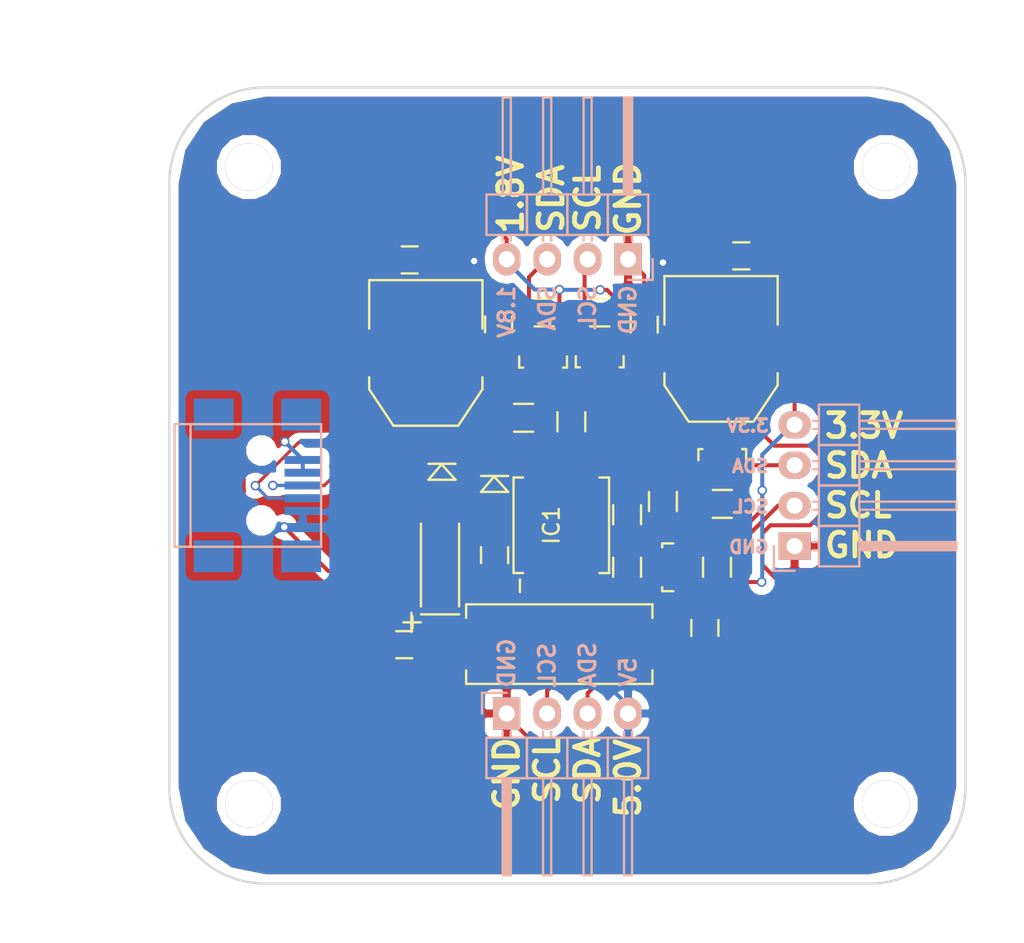
<source format=kicad_pcb>
(kicad_pcb (version 4) (host pcbnew 4.0.4+dfsg1-stable)
  (layers (0 F.Cu signal) (31 B.Cu signal) (34 B.Paste user) (35 F.Paste user) (36 B.SilkS user) (37 F.SilkS user) (38 B.Mask user) (39 F.Mask user) (44 Edge.Cuts user))
  (net 0 "")
  (net 1 "Net-(C1-Pad1)")
  (net 2 GND)
  (net 3 "Net-(C2-Pad1)")
  (net 4 VCC)
  (net 5 +3V3)
  (net 6 +1V8)
  (net 7 /USB+)
  (net 8 /USB-)
  (net 9 /SCL)
  (net 10 "Net-(IC1-Pad5)")
  (net 11 /SDA)
  (net 12 "Net-(IC1-Pad7)")
  (net 13 "Net-(P1-Pad6)")
  (net 14 /SDA33)
  (net 15 /SCL33)
  (net 16 /SDA18)
  (net 17 /SCL18)
  (module Diodes_SMD:MiniMELF_Standard (layer F.Cu) (at 103.124 82.042 270)
    (fp_text reference D2 hide)
    (fp_text value 3.6V)
    (pad 1 smd rect (at -1.75006 0 270) (size 1.30048 1.69926) (layers F.Cu F.Paste F.Mask) (net 8 /USB-))
    (pad 2 smd rect (at 1.75006 0 270) (size 1.30048 1.69926) (layers F.Cu F.Paste F.Mask) (net 2 GND))
  )
  (module Capacitors_SMD:C_0805 (layer F.Cu) (at 106.68 72.882 270)
    (fp_text reference C5 hide)
    (fp_text value 1uF)
    (pad 1 smd rect (at -1 0 270) (size 1 1.25) (layers F.Cu F.Paste F.Mask) (net 4 VCC))
    (pad 2 smd rect (at 1 0 270) (size 1 1.25) (layers F.Cu F.Paste F.Mask) (net 2 GND))
  )
  (module Pin_Headers:Pin_Header_Angled_1x04 (layer B.Cu) (at 107.188 97.322 270)
    (fp_text reference P2 hide)
    (fp_text value CONN_01X04 hide)
    (pad 1 thru_hole rect (at 0 0 270) (size 2.032 1.7272) (drill 1.016) (layers *.Cu *.Mask B.SilkS) (net 2 GND))
    (pad 2 thru_hole oval (at 0 -2.54 270) (size 2.032 1.7272) (drill 1.016) (layers *.Cu *.Mask B.SilkS) (net 9 /SCL))
    (pad 3 thru_hole oval (at 0 -5.08 270) (size 2.032 1.7272) (drill 1.016) (layers *.Cu *.Mask B.SilkS) (net 11 /SDA))
    (pad 4 thru_hole oval (at 0 -7.62 270) (size 2.032 1.7272) (drill 1.016) (layers *.Cu *.Mask B.SilkS) (net 4 VCC))
  )
  (module Connect:USB_Mini-B (layer B.Cu) (at 90.932 83)
    (fp_text reference P1 hide)
    (fp_text value USB_OTG hide)
    (pad 1 smd rect (at 3.44932 1.6002) (size 2.30124 0.50038) (layers B.Cu B.Paste B.Mask) (net 4 VCC))
    (pad 2 smd rect (at 3.44932 0.8001) (size 2.30124 0.50038) (layers B.Cu B.Paste B.Mask) (net 8 /USB-))
    (pad 3 smd rect (at 3.44932 0) (size 2.30124 0.50038) (layers B.Cu B.Paste B.Mask) (net 7 /USB+))
    (pad 4 smd rect (at 3.44932 -0.8001) (size 2.30124 0.50038) (layers B.Cu B.Paste B.Mask) (net 2 GND))
    (pad 5 smd rect (at 3.44932 -1.6002) (size 2.30124 0.50038) (layers B.Cu B.Paste B.Mask) (net 2 GND))
    (pad 6 smd rect (at 3.35026 4.45008) (size 2.49936 1.99898) (layers B.Cu B.Paste B.Mask) (net 13 "Net-(P1-Pad6)"))
    (pad 6 smd rect (at -2.14884 4.45008) (size 2.49936 1.99898) (layers B.Cu B.Paste B.Mask) (net 13 "Net-(P1-Pad6)"))
    (pad 6 smd rect (at 3.35026 -4.45008) (size 2.49936 1.99898) (layers B.Cu B.Paste B.Mask) (net 13 "Net-(P1-Pad6)"))
    (pad 6 smd rect (at -2.14884 -4.45008) (size 2.49936 1.99898) (layers B.Cu B.Paste B.Mask) (net 13 "Net-(P1-Pad6)"))
    (pad "" np_thru_hole circle (at 0.8509 2.19964) (size 0.89916 0.89916) (drill 0.89916) (layers *.Cu *.Mask B.SilkS))
    (pad "" np_thru_hole circle (at 0.8509 -2.19964) (size 0.89916 0.89916) (drill 0.89916) (layers *.Cu *.Mask B.SilkS))
  )
  (module TO_SOT_Packages_SMD:SOT-23 (layer F.Cu) (at 109.474 74.94778 180)
    (fp_text reference Q1 hide)
    (fp_text value BSS138)
    (pad 1 smd rect (at -0.95 1.00076 180) (size 0.8001 0.8001) (layers F.Cu F.Paste F.Mask) (net 6 +1V8))
    (pad 2 smd rect (at 0.95 1.00076 180) (size 0.8001 0.8001) (layers F.Cu F.Paste F.Mask) (net 16 /SDA18))
    (pad 3 smd rect (at 0 -0.99822 180) (size 0.8001 0.8001) (layers F.Cu F.Paste F.Mask) (net 11 /SDA))
  )
  (module TO_SOT_Packages_SMD:SOT-23 (layer F.Cu) (at 113.03 74.93 180)
    (fp_text reference Q2 hide)
    (fp_text value BSS138)
    (pad 1 smd rect (at -0.95 1.00076 180) (size 0.8001 0.8001) (layers F.Cu F.Paste F.Mask) (net 6 +1V8))
    (pad 2 smd rect (at 0.95 1.00076 180) (size 0.8001 0.8001) (layers F.Cu F.Paste F.Mask) (net 17 /SCL18))
    (pad 3 smd rect (at 0 -0.99822 180) (size 0.8001 0.8001) (layers F.Cu F.Paste F.Mask) (net 9 /SCL))
  )
  (module TO_SOT_Packages_SMD:SOT-223 (layer F.Cu) (at 102.108 74.676 180)
    (fp_text reference U1 hide)
    (fp_text value MCP1755S-1802E hide)
    (pad 4 smd rect (at 0 -3.302 180) (size 3.6576 2.032) (layers F.Cu F.Paste F.Mask))
    (pad 2 smd rect (at 0 3.302 180) (size 1.016 2.032) (layers F.Cu F.Paste F.Mask) (net 2 GND))
    (pad 3 smd rect (at 2.286 3.302 180) (size 1.016 2.032) (layers F.Cu F.Paste F.Mask) (net 6 +1V8))
    (pad 1 smd rect (at -2.286 3.302 180) (size 1.016 2.032) (layers F.Cu F.Paste F.Mask) (net 4 VCC))
  )
  (module TO_SOT_Packages_SMD:SOT-223 (layer F.Cu) (at 120.65 74.422 180)
    (fp_text reference U2 hide)
    (fp_text value TS1117)
    (pad 4 smd rect (at 0 -3.302 180) (size 3.6576 2.032) (layers F.Cu F.Paste F.Mask))
    (pad 2 smd rect (at 0 3.302 180) (size 1.016 2.032) (layers F.Cu F.Paste F.Mask) (net 5 +3V3))
    (pad 3 smd rect (at 2.286 3.302 180) (size 1.016 2.032) (layers F.Cu F.Paste F.Mask) (net 4 VCC))
    (pad 1 smd rect (at -2.286 3.302 180) (size 1.016 2.032) (layers F.Cu F.Paste F.Mask) (net 2 GND))
  )
  (module Crystals:Crystal_HC49-SD_SMD (layer F.Cu) (at 110.49 92.964)
    (fp_text reference Y1 hide)
    (fp_text value "12 MHz")
    (pad 1 smd rect (at -4.84886 0) (size 5.6007 2.10058) (layers F.Cu F.Paste F.Mask) (net 1 "Net-(C1-Pad1)"))
    (pad 2 smd rect (at 4.84886 0) (size 5.6007 2.10058) (layers F.Cu F.Paste F.Mask) (net 3 "Net-(C2-Pad1)"))
  )
  (module Mounting_Holes:MountingHole_3mm (layer F.Cu) (at 91 103)
    (fp_text reference REF** hide)
    (fp_text value MountingHole_3-5mm hide)
    (pad 1 thru_hole circle (at 0 0) (size 3 3) (drill 3) (layers))
  )
  (module Mounting_Holes:MountingHole_3mm (layer F.Cu) (at 91 63)
    (fp_text reference REF** hide)
    (fp_text value MountingHole_3-5mm hide)
    (pad 1 thru_hole circle (at 0 0) (size 3 3) (drill 3) (layers))
  )
  (module Mounting_Holes:MountingHole_3mm (layer F.Cu) (at 131 63)
    (fp_text reference REF** hide)
    (fp_text value MountingHole_3-5mm hide)
    (pad 1 thru_hole circle (at 0 0) (size 3 3) (drill 3) (layers))
  )
  (module Mounting_Holes:MountingHole_3mm (layer F.Cu) (at 131 103)
    (fp_text reference REF** hide)
    (fp_text value MountingHole_3-5mm hide)
    (pad 1 thru_hole circle (at 0 0) (size 3 3) (drill 3) (layers))
  )
  (module Diodes_SMD:MiniMELF_Standard (layer F.Cu) (at 106.426 82.804 270)
    (fp_text reference D1 hide)
    (fp_text value 3.6V)
    (pad 1 smd rect (at -1.75006 0 270) (size 1.30048 1.69926) (layers F.Cu F.Paste F.Mask) (net 7 /USB+))
    (pad 2 smd rect (at 1.75006 0 270) (size 1.30048 1.69926) (layers F.Cu F.Paste F.Mask) (net 2 GND))
  )
  (module Capacitors_SMD:C_0805 (layer F.Cu) (at 100.75 93 180)
    (fp_text reference C1 hide)
    (fp_text value 22pF)
    (pad 1 smd rect (at -1 0 180) (size 1 1.25) (layers F.Cu F.Paste F.Mask) (net 1 "Net-(C1-Pad1)"))
    (pad 2 smd rect (at 1 0 180) (size 1 1.25) (layers F.Cu F.Paste F.Mask) (net 2 GND))
  )
  (module Capacitors_SMD:C_0805 (layer F.Cu) (at 119.634 91.948 90)
    (fp_text reference C2 hide)
    (fp_text value 22pF)
    (pad 1 smd rect (at -1 0 90) (size 1 1.25) (layers F.Cu F.Paste F.Mask) (net 3 "Net-(C2-Pad1)"))
    (pad 2 smd rect (at 1 0 90) (size 1 1.25) (layers F.Cu F.Paste F.Mask) (net 2 GND))
  )
  (module Capacitors_SMD:C_0805 (layer F.Cu) (at 106.426 87.376 90)
    (fp_text reference C4 hide)
    (fp_text value 100nF)
    (pad 1 smd rect (at -1 0 90) (size 1 1.25) (layers F.Cu F.Paste F.Mask) (net 4 VCC))
    (pad 2 smd rect (at 1 0 90) (size 1 1.25) (layers F.Cu F.Paste F.Mask) (net 2 GND))
  )
  (module Capacitors_SMD:C_0805 (layer F.Cu) (at 101.092 68.834)
    (fp_text reference C6 hide)
    (fp_text value 1uF)
    (pad 1 smd rect (at -1 0) (size 1 1.25) (layers F.Cu F.Paste F.Mask) (net 6 +1V8))
    (pad 2 smd rect (at 1 0) (size 1 1.25) (layers F.Cu F.Paste F.Mask) (net 2 GND))
  )
  (module Capacitors_SMD:C_0805 (layer F.Cu) (at 115.824 72.898 90)
    (fp_text reference C7 hide)
    (fp_text value 10uF)
    (pad 1 smd rect (at -1 0 90) (size 1 1.25) (layers F.Cu F.Paste F.Mask) (net 4 VCC))
    (pad 2 smd rect (at 1 0 90) (size 1 1.25) (layers F.Cu F.Paste F.Mask) (net 2 GND))
  )
  (module Capacitors_SMD:C_0805 (layer F.Cu) (at 121.92 68.58)
    (fp_text reference C8 hide)
    (fp_text value 10uF)
    (pad 1 smd rect (at -1 0) (size 1 1.25) (layers F.Cu F.Paste F.Mask) (net 5 +3V3))
    (pad 2 smd rect (at 1 0) (size 1 1.25) (layers F.Cu F.Paste F.Mask) (net 2 GND))
  )
  (module Resistors_SMD:R_0805 (layer F.Cu) (at 109.54 72.136 180)
    (fp_text reference R1 hide)
    (fp_text value 10k)
    (pad 1 smd rect (at -0.95 0 180) (size 0.7 1.3) (layers F.Cu F.Paste F.Mask) (net 6 +1V8))
    (pad 2 smd rect (at 0.95 0 180) (size 0.7 1.3) (layers F.Cu F.Paste F.Mask) (net 16 /SDA18))
  )
  (module Resistors_SMD:R_0805 (layer F.Cu) (at 114.75 88.138 270)
    (fp_text reference R2 hide)
    (fp_text value 10k)
    (pad 1 smd rect (at -0.95 0 270) (size 0.7 1.3) (layers F.Cu F.Paste F.Mask) (net 4 VCC))
    (pad 2 smd rect (at 0.95 0 270) (size 0.7 1.3) (layers F.Cu F.Paste F.Mask) (net 9 /SCL))
  )
  (module Resistors_SMD:R_0805 (layer F.Cu) (at 117 84.008 90)
    (fp_text reference R3 hide)
    (fp_text value 2.2k hide)
    (pad 1 smd rect (at -0.95 0 90) (size 0.7 1.3) (layers F.Cu F.Paste F.Mask) (net 4 VCC))
    (pad 2 smd rect (at 0.95 0 90) (size 0.7 1.3) (layers F.Cu F.Paste F.Mask) (net 8 /USB-))
  )
  (module Resistors_SMD:R_0805 (layer F.Cu) (at 111.25 79 90)
    (fp_text reference R4 hide)
    (fp_text value 68)
    (pad 1 smd rect (at -0.95 0 90) (size 0.7 1.3) (layers F.Cu F.Paste F.Mask) (net 10 "Net-(IC1-Pad5)"))
    (pad 2 smd rect (at 0.95 0 90) (size 0.7 1.3) (layers F.Cu F.Paste F.Mask) (net 8 /USB-))
  )
  (module Resistors_SMD:R_0805 (layer F.Cu) (at 108.25 78.75 180)
    (fp_text reference R5 hide)
    (fp_text value 68)
    (pad 1 smd rect (at -0.95 0 180) (size 0.7 1.3) (layers F.Cu F.Paste F.Mask) (net 12 "Net-(IC1-Pad7)"))
    (pad 2 smd rect (at 0.95 0 180) (size 0.7 1.3) (layers F.Cu F.Paste F.Mask) (net 7 /USB+))
  )
  (module Resistors_SMD:R_0805 (layer F.Cu) (at 113.03 72.136 180)
    (fp_text reference R6 hide)
    (fp_text value 10k)
    (pad 1 smd rect (at -0.95 0 180) (size 0.7 1.3) (layers F.Cu F.Paste F.Mask) (net 6 +1V8))
    (pad 2 smd rect (at 0.95 0 180) (size 0.7 1.3) (layers F.Cu F.Paste F.Mask) (net 17 /SCL18))
  )
  (module Resistors_SMD:R_0805 (layer F.Cu) (at 114.75 84.836 90)
    (fp_text reference R7 hide)
    (fp_text value 10k)
    (pad 1 smd rect (at -0.95 0 90) (size 0.7 1.3) (layers F.Cu F.Paste F.Mask) (net 4 VCC))
    (pad 2 smd rect (at 0.95 0 90) (size 0.7 1.3) (layers F.Cu F.Paste F.Mask) (net 11 /SDA))
  )
  (module Pin_Headers:Pin_Header_Angled_1x04 (layer B.Cu) (at 125.27 86.81)
    (fp_text reference P3 hide)
    (fp_text value CONN_01X04 hide)
    (pad 1 thru_hole rect (at 0 0) (size 2.032 1.7272) (drill 1.016) (layers *.Cu *.Mask B.SilkS) (net 2 GND))
    (pad 2 thru_hole oval (at 0 -2.54) (size 2.032 1.7272) (drill 1.016) (layers *.Cu *.Mask B.SilkS) (net 15 /SCL33))
    (pad 3 thru_hole oval (at 0 -5.08) (size 2.032 1.7272) (drill 1.016) (layers *.Cu *.Mask B.SilkS) (net 14 /SDA33))
    (pad 4 thru_hole oval (at 0 -7.62) (size 2.032 1.7272) (drill 1.016) (layers *.Cu *.Mask B.SilkS) (net 5 +3V3))
  )
  (module Pin_Headers:Pin_Header_Angled_1x04 (layer B.Cu) (at 114.81 68.79 90)
    (fp_text reference P4 hide)
    (fp_text value CONN_01X04 hide)
    (pad 1 thru_hole rect (at 0 0 90) (size 2.032 1.7272) (drill 1.016) (layers *.Cu *.Mask B.SilkS) (net 2 GND))
    (pad 2 thru_hole oval (at 0 -2.54 90) (size 2.032 1.7272) (drill 1.016) (layers *.Cu *.Mask B.SilkS) (net 17 /SCL18))
    (pad 3 thru_hole oval (at 0 -5.08 90) (size 2.032 1.7272) (drill 1.016) (layers *.Cu *.Mask B.SilkS) (net 16 /SDA18))
    (pad 4 thru_hole oval (at 0 -7.62 90) (size 2.032 1.7272) (drill 1.016) (layers *.Cu *.Mask B.SilkS) (net 6 +1V8))
  )
  (module TO_SOT_Packages_SMD:SOT-23 (layer F.Cu) (at 120.728 81.364)
    (fp_text reference Q3 hide)
    (fp_text value BSS138 hide)
    (pad 1 smd rect (at -0.95 1.00076) (size 0.8001 0.8001) (layers F.Cu F.Paste F.Mask) (net 5 +3V3))
    (pad 2 smd rect (at 0.95 1.00076) (size 0.8001 0.8001) (layers F.Cu F.Paste F.Mask) (net 14 /SDA33))
    (pad 3 smd rect (at 0 -0.99822) (size 0.8001 0.8001) (layers F.Cu F.Paste F.Mask) (net 11 /SDA))
  )
  (module TO_SOT_Packages_SMD:SOT-23 (layer F.Cu) (at 117.602 88.138 90)
    (fp_text reference Q4 hide)
    (fp_text value BSS138 hide)
    (pad 1 smd rect (at -0.95 1.00076 90) (size 0.8001 0.8001) (layers F.Cu F.Paste F.Mask) (net 5 +3V3))
    (pad 2 smd rect (at 0.95 1.00076 90) (size 0.8001 0.8001) (layers F.Cu F.Paste F.Mask) (net 15 /SCL33))
    (pad 3 smd rect (at 0 -0.99822 90) (size 0.8001 0.8001) (layers F.Cu F.Paste F.Mask) (net 9 /SCL))
  )
  (module Resistors_SMD:R_0805 (layer F.Cu) (at 120.728 84.158)
    (fp_text reference R8 hide)
    (fp_text value 10k)
    (pad 1 smd rect (at -0.95 0) (size 0.7 1.3) (layers F.Cu F.Paste F.Mask) (net 5 +3V3))
    (pad 2 smd rect (at 0.95 0) (size 0.7 1.3) (layers F.Cu F.Paste F.Mask) (net 14 /SDA33))
  )
  (module Resistors_SMD:R_0805 (layer F.Cu) (at 120.396 88.138 90)
    (fp_text reference R9 hide)
    (fp_text value 10k)
    (pad 1 smd rect (at -0.95 0 90) (size 0.7 1.3) (layers F.Cu F.Paste F.Mask) (net 5 +3V3))
    (pad 2 smd rect (at 0.95 0 90) (size 0.7 1.3) (layers F.Cu F.Paste F.Mask) (net 15 /SCL33))
  )
  (module i2c-tiny-usb:designed-for-linux (layer B.Cu) (at 108.75 83 270)
    (fp_text reference G*** hide)
    (fp_text value LOGO hide)
  )
  (module soic:SOIC-8-JEITA (layer F.Cu) (at 110.617 85.5 90)
    (fp_text reference IC1 (at 0 -0.617 90) (layer F.SilkS))
    (fp_text value ATTINY85-S hide)
    (pad 1 smd rect (at -3.5 -1.905 90) (size 2.13 0.6) (layers F.Cu F.Paste F.Mask) (net 9 /SCL))
    (pad 2 smd rect (at -3.5 -0.635 90) (size 2.13 0.6) (layers F.Cu F.Paste F.Mask) (net 1 "Net-(C1-Pad1)"))
    (pad 3 smd rect (at -3.5 0.635 90) (size 2.13 0.6) (layers F.Cu F.Paste F.Mask) (net 3 "Net-(C2-Pad1)"))
    (pad 4 smd rect (at -3.5 1.905 90) (size 2.13 0.6) (layers F.Cu F.Paste F.Mask) (net 2 GND))
    (pad 5 smd rect (at 3.5 1.905 90) (size 2.13 0.6) (layers F.Cu F.Paste F.Mask) (net 10 "Net-(IC1-Pad5)"))
    (pad 6 smd rect (at 3.5 0.635 90) (size 2.13 0.6) (layers F.Cu F.Paste F.Mask) (net 11 /SDA))
    (pad 7 smd rect (at 3.5 -0.635 90) (size 2.13 0.6) (layers F.Cu F.Paste F.Mask) (net 12 "Net-(IC1-Pad7)"))
    (pad 8 smd rect (at 3.5 -1.905 90) (size 2.13 0.6) (layers F.Cu F.Paste F.Mask) (net 4 VCC))
  )
  (module Capacitors_Tantalum_SMD:TantalC_SizeA_EIA-3216_Wave (layer F.Cu) (at 103 88 90)
    (fp_text reference C3 hide)
    (fp_text value 10uF)
    (fp_text user + (at -3.59918 -1.80086 90) (layer F.SilkS))
    (pad 2 smd rect (at 1.50114 0 90) (size 2.14884 1.50114) (layers F.Cu F.Paste F.Mask) (net 2 GND))
    (pad 1 smd rect (at -1.50114 0 90) (size 2.14884 1.50114) (layers F.Cu F.Paste F.Mask) (net 4 VCC))
  )
  (gr_text GND (at 123.746 86.868) (layer B.SilkS) (effects (font (size 0.8 0.8) (thickness 0.2)) (justify left mirror)))
  (gr_text SCL (at 123.746 84.328) (layer B.SilkS) (effects (font (size 0.8 0.8) (thickness 0.2)) (justify left mirror)))
  (gr_text SDA (at 123.746 81.788) (layer B.SilkS) (effects (font (size 0.8 0.8) (thickness 0.2)) (justify left mirror)))
  (gr_text 3.3V (at 123.746 79.248) (layer B.SilkS) (effects (font (size 0.8 0.8) (thickness 0.2)) (justify left mirror)))
  (gr_text 1.8V (at 107.188 70.344 90) (layer B.SilkS) (effects (font (size 1 1) (thickness 0.2)) (justify left mirror)))
  (gr_text SDA (at 109.728 70.314 90) (layer B.SilkS) (effects (font (size 1 1) (thickness 0.2)) (justify left mirror)))
  (gr_text SCL (at 112.268 70.314 90) (layer B.SilkS) (effects (font (size 1 1) (thickness 0.2)) (justify left mirror)))
  (gr_text GND (at 114.808 70.314 90) (layer B.SilkS) (effects (font (size 1 1) (thickness 0.2)) (justify left mirror)))
  (gr_text 5V (at 114.808 95.75 90) (layer B.SilkS) (effects (font (size 1 1) (thickness 0.2)) (justify right mirror)))
  (gr_text GND (at 107.188 95.802 90) (layer B.SilkS) (effects (font (size 1 1) (thickness 0.2)) (justify right mirror)))
  (gr_text SDA (at 112.268 95.802 90) (layer B.SilkS) (effects (font (size 1 1) (thickness 0.2)) (justify right mirror)))
  (gr_text SCL (at 109.728 95.802 90) (layer B.SilkS) (effects (font (size 1 1) (thickness 0.2)) (justify right mirror)))
  (gr_text GND (at 114.808 64.98 90) (layer F.SilkS) (effects (font (size 1.5 1.5) (thickness 0.3))))
  (gr_text SCL (at 112.268 64.98 90) (layer F.SilkS) (effects (font (size 1.5 1.5) (thickness 0.3))))
  (gr_text SDA (at 109.982 64.98 90) (layer F.SilkS) (effects (font (size 1.5 1.5) (thickness 0.3))))
  (gr_text 1.8V (at 107.442 64.726 90) (layer F.SilkS) (effects (font (size 1.5 1.5) (thickness 0.3))))
  (gr_text 3.3V (at 127 79.25) (layer F.SilkS) (effects (font (size 1.5 1.5) (thickness 0.3)) (justify left)))
  (gr_text SDA (at 112.268 100.878 90) (layer F.SilkS) (effects (font (size 1.5 1.5) (thickness 0.3))))
  (gr_text SCL (at 109.728 100.878 90) (layer F.SilkS) (effects (font (size 1.5 1.5) (thickness 0.3))))
  (gr_text GND (at 107.188 101.132 90) (layer F.SilkS) (effects (font (size 1.5 1.5) (thickness 0.3))))
  (gr_arc (start 130 102) (end 136 102) (angle 90) (layer Edge.Cuts) (width 0.15))
  (gr_arc (start 92 102) (end 92 108) (angle 90) (layer Edge.Cuts) (width 0.15))
  (gr_arc (start 92 64) (end 86 64) (angle 90) (layer Edge.Cuts) (width 0.15))
  (gr_arc (start 130 64) (end 130 58) (angle 90) (layer Edge.Cuts) (width 0.15))
  (gr_text GND (at 127 86.75) (layer F.SilkS) (effects (font (size 1.5 1.5) (thickness 0.3)) (justify left)))
  (gr_text SCL (at 127 84.25) (layer F.SilkS) (effects (font (size 1.5 1.5) (thickness 0.3)) (justify left)))
  (gr_text SDA (at 127 81.75) (layer F.SilkS) (effects (font (size 1.5 1.5) (thickness 0.3)) (justify left)))
  (gr_line (start 136 102) (end 136 64) (layer Edge.Cuts) (width 0.15))
  (gr_line (start 92 108) (end 130 108) (layer Edge.Cuts) (width 0.15))
  (gr_line (start 86 64) (end 86 102) (layer Edge.Cuts) (width 0.15))
  (gr_line (start 130 58) (end 92 58) (layer Edge.Cuts) (width 0.15))
  (gr_text 5.0V (at 114.808 101.386 90) (layer F.SilkS) (effects (font (size 1.5 1.5) (thickness 0.3))))
  (segment (start 101.75 93) (end 105.60514 93) (width 0.254) (layer F.Cu) (net 1))
  (segment (start 105.60514 93) (end 105.64114 92.964) (width 0.254) (layer F.Cu) (net 1))
  (segment (start 109.982 90.3732) (end 109.982 89) (width 0.254) (layer F.Cu) (net 1))
  (segment (start 109.982 90.3732) (end 107.3912 92.964) (width 0.254) (layer F.Cu) (net 1))
  (segment (start 107.3912 92.964) (end 105.64114 92.964) (width 0.254) (layer F.Cu) (net 1))
  (segment (start 106.918 92.948) (end 106.934 92.964) (width 0.254) (layer F.Cu) (net 1))
  (segment (start 106.918 92.98) (end 106.934 92.964) (width 0.254) (layer F.Cu) (net 1))
  (segment (start 115.824 71.898) (end 115.824 69.804) (width 0.254) (layer F.Cu) (net 2))
  (segment (start 115.824 69.804) (end 114.81 68.79) (width 0.254) (layer F.Cu) (net 2))
  (segment (start 96.266 74.93) (end 98.044 73.152) (width 0.254) (layer F.Cu) (net 2))
  (segment (start 98.044 73.152) (end 98.044 68.326) (width 0.254) (layer F.Cu) (net 2))
  (segment (start 98.044 68.326) (end 102.108 64.262) (width 0.254) (layer F.Cu) (net 2))
  (segment (start 102.108 64.262) (end 119.888 64.262) (width 0.254) (layer F.Cu) (net 2))
  (segment (start 119.888 64.262) (end 121.666 66.04) (width 0.254) (layer F.Cu) (net 2))
  (segment (start 125.25 95.476) (end 121.476 99.25) (width 0.254) (layer F.Cu) (net 2))
  (segment (start 125.27 86.81) (end 125.27 95.456) (width 0.254) (layer F.Cu) (net 2))
  (segment (start 125.27 95.456) (end 125.25 95.476) (width 0.254) (layer F.Cu) (net 2))
  (segment (start 98.75 94.662) (end 99.084 94.996) (width 0.254) (layer F.Cu) (net 2))
  (segment (start 97.088 93) (end 98.75 94.662) (width 0.254) (layer F.Cu) (net 2))
  (segment (start 120.242 94.662) (end 120.904 94) (width 0.254) (layer F.Cu) (net 2))
  (segment (start 120.904 91.339) (end 120.904 94) (width 0.254) (layer F.Cu) (net 2))
  (segment (start 98.75 94.662) (end 120.242 94.662) (width 0.254) (layer F.Cu) (net 2))
  (segment (start 107.188 97.322) (end 107.188 97.4744) (width 0.254) (layer F.Cu) (net 2))
  (segment (start 109.0676 99.354) (end 121.372 99.354) (width 0.254) (layer F.Cu) (net 2))
  (segment (start 121.372 99.354) (end 121.476 99.25) (width 0.254) (layer F.Cu) (net 2))
  (segment (start 107.188 97.4744) (end 109.0676 99.354) (width 0.254) (layer F.Cu) (net 2))
  (segment (start 99.084 94.996) (end 101.338 97.25) (width 0.254) (layer F.Cu) (net 2))
  (segment (start 107.19 97.322) (end 101.41 97.322) (width 0.254) (layer F.Cu) (net 2))
  (segment (start 101.41 97.322) (end 101.338 97.25) (width 0.254) (layer F.Cu) (net 2))
  (segment (start 103.124 83.79206) (end 92.166223 83.79206) (width 0.254) (layer F.Cu) (net 2))
  (segment (start 92.166223 83.79206) (end 91.963124 83.995159) (width 0.254) (layer F.Cu) (net 2))
  (segment (start 91.963124 83.995159) (end 91.432841 83.995159) (width 0.254) (layer F.Cu) (net 2))
  (segment (start 91.432841 83.995159) (end 90.678 84.75) (width 0.254) (layer F.Cu) (net 2))
  (segment (start 90.678 83.312) (end 90.678 84.75) (width 0.254) (layer F.Cu) (net 2))
  (segment (start 90.678 84.75) (end 90.678 88.240482) (width 0.254) (layer F.Cu) (net 2))
  (segment (start 93.25 80.25) (end 93.25 77.946) (width 0.254) (layer F.Cu) (net 2))
  (segment (start 93.25 77.946) (end 96.266 74.93) (width 0.254) (layer F.Cu) (net 2))
  (segment (start 94.38132 81.3998) (end 94.38132 81.38132) (width 0.254) (layer B.Cu) (net 2))
  (segment (start 94.38132 81.38132) (end 93.25 80.25) (width 0.254) (layer B.Cu) (net 2))
  (via (at 93.25 80.25) (size 0.6) (drill 0.4) (layers F.Cu B.Cu) (net 2))
  (segment (start 94.38132 82.1999) (end 94.38132 81.3998) (width 0.254) (layer B.Cu) (net 2))
  (segment (start 95.02 90.932) (end 97.088 93) (width 0.254) (layer F.Cu) (net 2))
  (segment (start 99.75 93) (end 98.996 93) (width 0.254) (layer F.Cu) (net 2))
  (segment (start 98.996 93) (end 97.088 93) (width 0.254) (layer F.Cu) (net 2))
  (segment (start 103 86.49886) (end 103 83.91606) (width 0.254) (layer F.Cu) (net 2))
  (segment (start 103 83.91606) (end 103.124 83.79206) (width 0.254) (layer F.Cu) (net 2))
  (segment (start 106.426 86.376) (end 103.12286 86.376) (width 0.254) (layer F.Cu) (net 2))
  (segment (start 103.12286 86.376) (end 103 86.49886) (width 0.254) (layer F.Cu) (net 2))
  (segment (start 112.522 89) (end 112.522 90.319) (width 0.254) (layer F.Cu) (net 2))
  (segment (start 112.522 90.319) (end 113.151 90.948) (width 0.254) (layer F.Cu) (net 2))
  (segment (start 113.151 90.948) (end 115.078 90.948) (width 0.254) (layer F.Cu) (net 2))
  (segment (start 115.078 90.948) (end 119.634 90.948) (width 0.254) (layer F.Cu) (net 2))
  (segment (start 96.266 74.93) (end 92.964 74.93) (width 0.254) (layer F.Cu) (net 2))
  (segment (start 92.964 74.93) (end 90.67142 77.22258) (width 0.254) (layer F.Cu) (net 2))
  (segment (start 90.67142 77.22258) (end 90.67142 83.30542) (width 0.254) (layer F.Cu) (net 2))
  (segment (start 90.67142 83.30542) (end 90.678 83.312) (width 0.254) (layer F.Cu) (net 2))
  (segment (start 90.678 88.240482) (end 93.369518 90.932) (width 0.254) (layer F.Cu) (net 2))
  (segment (start 93.369518 90.932) (end 95.02 90.932) (width 0.254) (layer F.Cu) (net 2))
  (segment (start 103.32339 83.79206) (end 103.124 83.79206) (width 0.254) (layer F.Cu) (net 2))
  (segment (start 106.426 86.376) (end 106.426 84.55406) (width 0.254) (layer F.Cu) (net 2))
  (segment (start 104.503496 74.914) (end 105.535496 73.882) (width 0.254) (layer F.Cu) (net 2))
  (segment (start 105.535496 73.882) (end 106.68 73.882) (width 0.254) (layer F.Cu) (net 2))
  (segment (start 99.822 74.93) (end 96.266 74.93) (width 0.254) (layer F.Cu) (net 2))
  (segment (start 119.634 90.948) (end 120.513 90.948) (width 0.254) (layer F.Cu) (net 2))
  (segment (start 120.513 90.948) (end 120.904 91.339) (width 0.254) (layer F.Cu) (net 2))
  (segment (start 122.92 67.294) (end 122.92 68.58) (width 0.254) (layer F.Cu) (net 2))
  (segment (start 122.936 71.12) (end 122.936 68.596) (width 0.254) (layer F.Cu) (net 2))
  (segment (start 122.936 68.596) (end 122.92 68.58) (width 0.254) (layer F.Cu) (net 2))
  (segment (start 99.1 94.98) (end 99.084 94.996) (width 0.254) (layer F.Cu) (net 2))
  (segment (start 104.96994 84.55406) (end 105.32237 84.55406) (width 0.254) (layer F.Cu) (net 2))
  (segment (start 105.32237 84.55406) (end 106.426 84.55406) (width 0.254) (layer F.Cu) (net 2))
  (segment (start 106.426 84.55406) (end 103.886 84.55406) (width 0.254) (layer F.Cu) (net 2))
  (segment (start 103.886 84.55406) (end 103.124 83.79206) (width 0.254) (layer F.Cu) (net 2))
  (segment (start 103.43261 83.79206) (end 103.124 83.79206) (width 0.254) (layer F.Cu) (net 2))
  (segment (start 99.838 74.914) (end 104.503496 74.914) (width 0.254) (layer F.Cu) (net 2))
  (segment (start 99.822 74.93) (end 99.838 74.914) (width 0.254) (layer F.Cu) (net 2))
  (segment (start 102.092 68.834) (end 102.092 71.358) (width 0.254) (layer F.Cu) (net 2))
  (segment (start 102.092 71.358) (end 102.108 71.374) (width 0.254) (layer F.Cu) (net 2))
  (segment (start 102.108 72.644) (end 99.822 74.93) (width 0.254) (layer F.Cu) (net 2))
  (segment (start 102.108 71.374) (end 102.108 72.644) (width 0.254) (layer F.Cu) (net 2))
  (segment (start 114.81 68.79) (end 114.81 68.6376) (width 0.254) (layer F.Cu) (net 2))
  (segment (start 121.666 66.04) (end 122.92 67.294) (width 0.254) (layer F.Cu) (net 2))
  (segment (start 114.81 69.187) (end 114.81 68.79) (width 0.254) (layer F.Cu) (net 2))
  (segment (start 111.252 90.6272) (end 111.252 89) (width 0.254) (layer F.Cu) (net 3))
  (segment (start 119.634 92.948) (end 115.35486 92.948) (width 0.254) (layer F.Cu) (net 3))
  (segment (start 115.35486 92.948) (end 115.33886 92.964) (width 0.254) (layer F.Cu) (net 3))
  (segment (start 111.252 90.6272) (end 113.5888 92.964) (width 0.254) (layer F.Cu) (net 3))
  (segment (start 113.5888 92.964) (end 115.33886 92.964) (width 0.254) (layer F.Cu) (net 3))
  (segment (start 117 69) (end 117 67.684026) (width 0.254) (layer B.Cu) (net 4))
  (segment (start 117 67.684026) (end 116.065974 66.75) (width 0.254) (layer B.Cu) (net 4))
  (segment (start 116.065974 66.75) (end 106.5 66.75) (width 0.254) (layer B.Cu) (net 4))
  (segment (start 106.5 66.75) (end 105.144121 68.105879) (width 0.254) (layer B.Cu) (net 4))
  (segment (start 105.144121 68.105879) (end 105.144121 68.904833) (width 0.254) (layer B.Cu) (net 4))
  (segment (start 118.364 71.12) (end 118.364 70.612) (width 0.254) (layer F.Cu) (net 4))
  (segment (start 118.364 70.612) (end 117 69.248) (width 0.254) (layer F.Cu) (net 4))
  (segment (start 117 69.248) (end 117 69) (width 0.254) (layer F.Cu) (net 4))
  (via (at 117 69) (size 0.6) (drill 0.4) (layers F.Cu B.Cu) (net 4))
  (segment (start 104.394 71.374) (end 104.394 69.654954) (width 0.254) (layer F.Cu) (net 4))
  (segment (start 104.394 69.654954) (end 104.844122 69.204832) (width 0.254) (layer F.Cu) (net 4))
  (segment (start 104.844122 69.204832) (end 105.144121 68.904833) (width 0.254) (layer F.Cu) (net 4))
  (segment (start 105.144121 69.329097) (end 105.144121 68.904833) (width 0.254) (layer B.Cu) (net 4))
  (segment (start 105.144121 71.944814) (end 105.144121 69.329097) (width 0.254) (layer B.Cu) (net 4))
  (segment (start 105.156 71.956693) (end 105.144121 71.944814) (width 0.254) (layer B.Cu) (net 4))
  (via (at 105.144121 68.904833) (size 0.6) (drill 0.4) (layers F.Cu B.Cu) (net 4))
  (segment (start 114.808 97.322) (end 114.808 96.820678) (width 0.254) (layer B.Cu) (net 4))
  (segment (start 114.808 96.820678) (end 104.062861 86.075539) (width 0.254) (layer B.Cu) (net 4))
  (segment (start 104.062861 86.075539) (end 102.608828 87.529572) (width 0.254) (layer B.Cu) (net 4))
  (segment (start 102.608828 87.529572) (end 102.608828 82.187802) (width 0.254) (layer B.Cu) (net 4))
  (segment (start 102.608828 82.187802) (end 105.156 79.64063) (width 0.254) (layer B.Cu) (net 4))
  (segment (start 99.5 87.529572) (end 102.608828 87.529572) (width 0.254) (layer B.Cu) (net 4))
  (segment (start 98.715312 87.529572) (end 99.5 87.529572) (width 0.254) (layer B.Cu) (net 4))
  (segment (start 105.156 79.64063) (end 105.156 69.206693) (width 0.254) (layer B.Cu) (net 4))
  (segment (start 105.156 79.64063) (end 105.622334 79.64063) (width 0.254) (layer B.Cu) (net 4))
  (segment (start 114.808 97.1696) (end 114.808 97.322) (width 0.254) (layer B.Cu) (net 4))
  (segment (start 106.426 88.376) (end 100.75 88.376) (width 0.254) (layer F.Cu) (net 4))
  (segment (start 101.99543 89.50114) (end 100.87029 88.376) (width 0.254) (layer F.Cu) (net 4))
  (segment (start 100.75 88.376) (end 95.985019 88.376) (width 0.254) (layer F.Cu) (net 4))
  (segment (start 103 89.50114) (end 101.99543 89.50114) (width 0.254) (layer F.Cu) (net 4))
  (segment (start 100.87029 88.376) (end 100.75 88.376) (width 0.254) (layer F.Cu) (net 4))
  (segment (start 94.38132 85.10439) (end 93.877116 85.608594) (width 0.254) (layer B.Cu) (net 4))
  (segment (start 93.877116 85.608594) (end 93.641877 85.608594) (width 0.254) (layer B.Cu) (net 4))
  (segment (start 94.38132 84.6002) (end 94.38132 85.10439) (width 0.254) (layer B.Cu) (net 4))
  (segment (start 93.517612 85.908593) (end 93.217613 85.608594) (width 0.254) (layer F.Cu) (net 4))
  (segment (start 95.985019 88.376) (end 93.517612 85.908593) (width 0.254) (layer F.Cu) (net 4))
  (segment (start 93.641877 85.608594) (end 93.217613 85.608594) (width 0.254) (layer B.Cu) (net 4))
  (via (at 93.217613 85.608594) (size 0.6) (drill 0.4) (layers F.Cu B.Cu) (net 4))
  (segment (start 94.38132 84.6002) (end 95.78594 84.6002) (width 0.254) (layer B.Cu) (net 4))
  (segment (start 95.78594 84.6002) (end 98.715312 87.529572) (width 0.254) (layer B.Cu) (net 4))
  (segment (start 114.75 85.786) (end 116.362 85.786) (width 0.254) (layer F.Cu) (net 4))
  (segment (start 114.75 87.188) (end 114.75 85.786) (width 0.254) (layer F.Cu) (net 4))
  (segment (start 113.65 87.188) (end 114.75 87.188) (width 0.254) (layer F.Cu) (net 4))
  (segment (start 112.568 86.106) (end 113.65 87.188) (width 0.254) (layer F.Cu) (net 4))
  (segment (start 108.712 86.106) (end 112.568 86.106) (width 0.254) (layer F.Cu) (net 4))
  (segment (start 108.712 83.66) (end 108.712 82) (width 0.254) (layer F.Cu) (net 4))
  (segment (start 106.426 88.376) (end 107.305 88.376) (width 0.254) (layer F.Cu) (net 4))
  (segment (start 107.305 88.376) (end 108.712 86.969) (width 0.254) (layer F.Cu) (net 4))
  (segment (start 108.712 86.969) (end 108.712 86.106) (width 0.254) (layer F.Cu) (net 4))
  (segment (start 108.712 83.66) (end 108.712 86.106) (width 0.254) (layer F.Cu) (net 4))
  (segment (start 106.68 71.882) (end 104.902 71.882) (width 0.254) (layer F.Cu) (net 4))
  (segment (start 104.902 71.882) (end 104.394 71.374) (width 0.254) (layer F.Cu) (net 4))
  (segment (start 115.824 73.898) (end 116.094 73.898) (width 0.254) (layer F.Cu) (net 4))
  (segment (start 116.094 73.898) (end 118.364 71.628) (width 0.254) (layer F.Cu) (net 4))
  (segment (start 118.364 71.628) (end 118.364 71.12) (width 0.254) (layer F.Cu) (net 4))
  (segment (start 116.362 85.786) (end 116.586 85.562) (width 0.254) (layer F.Cu) (net 4))
  (segment (start 116.586 85.562) (end 116.586 84.958) (width 0.254) (layer F.Cu) (net 4))
  (segment (start 120.65 71.12) (end 120.65 68.85) (width 0.254) (layer F.Cu) (net 5))
  (segment (start 120.65 68.85) (end 120.92 68.58) (width 0.254) (layer F.Cu) (net 5))
  (segment (start 122.25 85.5) (end 123.238 84.512) (width 0.254) (layer F.Cu) (net 5))
  (segment (start 123.238 84.512) (end 123.238 83.312) (width 0.254) (layer F.Cu) (net 5))
  (segment (start 123.201588 89.065557) (end 120.418443 89.065557) (width 0.254) (layer F.Cu) (net 5))
  (segment (start 120.418443 89.065557) (end 120.396 89.088) (width 0.254) (layer F.Cu) (net 5))
  (segment (start 123.238 89.029145) (end 123.201588 89.065557) (width 0.254) (layer B.Cu) (net 5))
  (via (at 123.201588 89.065557) (size 0.6) (drill 0.4) (layers F.Cu B.Cu) (net 5))
  (segment (start 123.238 83.312) (end 123.238 89.029145) (width 0.254) (layer B.Cu) (net 5))
  (segment (start 120.65 71.7224) (end 125.25 76.3224) (width 0.254) (layer F.Cu) (net 5))
  (segment (start 125.27 79.19) (end 125.27 76.3424) (width 0.254) (layer F.Cu) (net 5))
  (segment (start 125.27 76.3424) (end 125.25 76.3224) (width 0.254) (layer F.Cu) (net 5))
  (segment (start 125.1176 79.19) (end 125.27 79.19) (width 0.254) (layer F.Cu) (net 5))
  (segment (start 123.238 81.0696) (end 125.1176 79.19) (width 0.254) (layer B.Cu) (net 5))
  (segment (start 125.1176 79.19) (end 125.27 79.19) (width 0.254) (layer B.Cu) (net 5))
  (segment (start 119.778 84.158) (end 119.778 85.278) (width 0.254) (layer F.Cu) (net 5))
  (segment (start 120 85.5) (end 122.25 85.5) (width 0.254) (layer F.Cu) (net 5))
  (segment (start 119.778 85.278) (end 120 85.5) (width 0.254) (layer F.Cu) (net 5))
  (segment (start 118.60276 89.088) (end 120.396 89.088) (width 0.254) (layer F.Cu) (net 5))
  (segment (start 119.778 82.36476) (end 119.778 84.158) (width 0.254) (layer F.Cu) (net 5))
  (segment (start 120.65 71.12) (end 120.65 71.7224) (width 0.254) (layer F.Cu) (net 5))
  (segment (start 123.238 83.312) (end 123.238 81.0696) (width 0.254) (layer B.Cu) (net 5))
  (via (at 123.238 83.312) (size 0.6) (drill 0.4) (layers F.Cu B.Cu) (net 5))
  (segment (start 120.741536 71.211536) (end 120.65 71.12) (width 0.254) (layer F.Cu) (net 5))
  (segment (start 110.499391 71.72518) (end 110.499391 71.122988) (width 0.254) (layer F.Cu) (net 6))
  (segment (start 110.49 71.734571) (end 110.499391 71.72518) (width 0.254) (layer F.Cu) (net 6))
  (segment (start 108.946324 70.698724) (end 110.075127 70.698724) (width 0.254) (layer B.Cu) (net 6))
  (segment (start 107.19 68.79) (end 107.19 68.9424) (width 0.254) (layer B.Cu) (net 6))
  (segment (start 110.499391 71.122988) (end 110.499391 70.698724) (width 0.254) (layer F.Cu) (net 6))
  (segment (start 110.075127 70.698724) (end 110.499391 70.698724) (width 0.254) (layer B.Cu) (net 6))
  (segment (start 113.056309 70.714556) (end 110.515223 70.714556) (width 0.254) (layer B.Cu) (net 6))
  (segment (start 107.19 68.9424) (end 108.946324 70.698724) (width 0.254) (layer B.Cu) (net 6))
  (via (at 110.499391 70.698724) (size 0.6) (drill 0.4) (layers F.Cu B.Cu) (net 6))
  (segment (start 110.515223 70.714556) (end 110.499391 70.698724) (width 0.254) (layer B.Cu) (net 6))
  (segment (start 114 71.233983) (end 114 72.116) (width 0.254) (layer F.Cu) (net 6))
  (segment (start 114 72.116) (end 113.98 72.136) (width 0.254) (layer F.Cu) (net 6))
  (segment (start 113.056309 70.714556) (end 113.480573 70.714556) (width 0.254) (layer F.Cu) (net 6))
  (segment (start 113.480573 70.714556) (end 114 71.233983) (width 0.254) (layer F.Cu) (net 6))
  (via (at 113.056309 70.714556) (size 0.6) (drill 0.4) (layers F.Cu B.Cu) (net 6))
  (segment (start 100.092 68.834) (end 100.092 67.802) (width 0.254) (layer F.Cu) (net 6))
  (segment (start 100.092 67.802) (end 100.883457 67.010543) (width 0.254) (layer F.Cu) (net 6))
  (segment (start 100.883457 67.010543) (end 106.680543 67.010543) (width 0.254) (layer F.Cu) (net 6))
  (segment (start 106.680543 67.010543) (end 107.19 67.52) (width 0.254) (layer F.Cu) (net 6))
  (segment (start 107.19 67.52) (end 107.19 68.79) (width 0.254) (layer F.Cu) (net 6))
  (segment (start 100.092 68.834) (end 100.092 71.104) (width 0.254) (layer F.Cu) (net 6))
  (segment (start 100.092 71.104) (end 99.822 71.374) (width 0.254) (layer F.Cu) (net 6))
  (segment (start 99.822 70.866) (end 99.822 71.374) (width 0.254) (layer F.Cu) (net 6))
  (segment (start 110.424 73.94702) (end 110.424 72.202) (width 0.254) (layer F.Cu) (net 6))
  (segment (start 110.424 72.202) (end 110.49 72.136) (width 0.254) (layer F.Cu) (net 6))
  (segment (start 113.98 73.92924) (end 113.98 72.136) (width 0.254) (layer F.Cu) (net 6))
  (segment (start 92.5 83) (end 94.38132 83) (width 0.2) (layer B.Cu) (net 7))
  (segment (start 94.38132 83) (end 92.5 83) (width 0.2) (layer F.Cu) (net 7))
  (via (at 92.5 83) (size 0.6) (drill 0.4) (layers F.Cu B.Cu) (net 7))
  (segment (start 107.3 78.75) (end 107.3 80.17994) (width 0.2) (layer F.Cu) (net 7))
  (segment (start 107.3 80.17994) (end 106.426 81.05394) (width 0.2) (layer F.Cu) (net 7))
  (segment (start 94.38132 83) (end 95.73194 83) (width 0.2) (layer F.Cu) (net 7))
  (segment (start 95.73194 83) (end 96.68994 82.042) (width 0.2) (layer F.Cu) (net 7))
  (segment (start 96.68994 82.042) (end 104.38831 82.042) (width 0.2) (layer F.Cu) (net 7))
  (segment (start 106.426 81.05394) (end 105.37637 81.05394) (width 0.2) (layer F.Cu) (net 7))
  (segment (start 105.37637 81.05394) (end 104.38831 82.042) (width 0.2) (layer F.Cu) (net 7))
  (segment (start 94.125732 80.29194) (end 91.704205 82.713467) (width 0.2) (layer F.Cu) (net 8))
  (segment (start 103.124 80.29194) (end 94.125732 80.29194) (width 0.2) (layer F.Cu) (net 8))
  (segment (start 91.704205 82.713467) (end 91.404206 83.013466) (width 0.2) (layer F.Cu) (net 8))
  (segment (start 94.38132 83.8001) (end 92.19084 83.8001) (width 0.2) (layer B.Cu) (net 8))
  (via (at 91.404206 83.013466) (size 0.6) (drill 0.4) (layers F.Cu B.Cu) (net 8))
  (segment (start 92.19084 83.8001) (end 91.704205 83.313465) (width 0.2) (layer B.Cu) (net 8))
  (segment (start 91.704205 83.313465) (end 91.404206 83.013466) (width 0.2) (layer B.Cu) (net 8))
  (segment (start 113.078 79) (end 113.5 79.422) (width 0.2) (layer F.Cu) (net 8))
  (segment (start 113.5 79.422) (end 113.5 81.5) (width 0.2) (layer F.Cu) (net 8))
  (segment (start 113.5 81.5) (end 115.058 83.058) (width 0.2) (layer F.Cu) (net 8))
  (segment (start 115.058 83.058) (end 117 83.058) (width 0.2) (layer F.Cu) (net 8))
  (segment (start 113.078 79) (end 112.25 78.172) (width 0.2) (layer F.Cu) (net 8))
  (segment (start 111.25 78.05) (end 111.25 77.5) (width 0.2) (layer F.Cu) (net 8))
  (segment (start 104.17363 80.29194) (end 103.124 80.29194) (width 0.2) (layer F.Cu) (net 8))
  (segment (start 111.25 77.5) (end 111 77.25) (width 0.2) (layer F.Cu) (net 8))
  (segment (start 111 77.25) (end 106.25 77.25) (width 0.2) (layer F.Cu) (net 8))
  (segment (start 106.25 77.25) (end 105.5 78) (width 0.2) (layer F.Cu) (net 8))
  (segment (start 105.5 78) (end 105.5 78.96557) (width 0.2) (layer F.Cu) (net 8))
  (segment (start 105.5 78.96557) (end 104.17363 80.29194) (width 0.2) (layer F.Cu) (net 8))
  (segment (start 112.25 78.172) (end 112.128 78.05) (width 0.2) (layer F.Cu) (net 8))
  (segment (start 112.128 78.05) (end 111.25 78.05) (width 0.2) (layer F.Cu) (net 8))
  (segment (start 112.224552 78.146552) (end 112.25 78.172) (width 0.2) (layer F.Cu) (net 8))
  (segment (start 109.728 95.88801) (end 110.5 95.11601) (width 0.254) (layer F.Cu) (net 9))
  (segment (start 121 95.034067) (end 121.666 94.368067) (width 0.254) (layer F.Cu) (net 9))
  (segment (start 110.5 95.11601) (end 120.918057 95.11601) (width 0.254) (layer F.Cu) (net 9))
  (segment (start 120.918057 95.11601) (end 121 95.034067) (width 0.254) (layer F.Cu) (net 9))
  (segment (start 109.728 97.322) (end 109.728 95.88801) (width 0.254) (layer F.Cu) (net 9))
  (segment (start 116.60378 88.138) (end 116.60378 87.39622) (width 0.254) (layer F.Cu) (net 9))
  (segment (start 116.60378 87.39622) (end 118.75 85.25) (width 0.254) (layer F.Cu) (net 9))
  (segment (start 113.03 77.348175) (end 113.03 75.92822) (width 0.254) (layer F.Cu) (net 9))
  (segment (start 118.75 85.25) (end 118.75 81.75) (width 0.254) (layer F.Cu) (net 9))
  (segment (start 118.75 81.75) (end 119.25 81.25) (width 0.254) (layer F.Cu) (net 9))
  (segment (start 122.25 80.75) (end 122.25 80) (width 0.254) (layer F.Cu) (net 9))
  (segment (start 119.25 81.25) (end 121.75 81.25) (width 0.254) (layer F.Cu) (net 9))
  (segment (start 121.646 79.396) (end 117.75 79.396) (width 0.254) (layer F.Cu) (net 9))
  (segment (start 121.75 81.25) (end 122.25 80.75) (width 0.254) (layer F.Cu) (net 9))
  (segment (start 122.25 80) (end 121.646 79.396) (width 0.254) (layer F.Cu) (net 9))
  (segment (start 117.75 79.396) (end 115.702175 77.348175) (width 0.254) (layer F.Cu) (net 9))
  (segment (start 115.702175 77.348175) (end 113.03 77.348175) (width 0.254) (layer F.Cu) (net 9))
  (segment (start 114.75 89.088) (end 114.588 89.088) (width 0.254) (layer F.Cu) (net 9))
  (segment (start 114.588 89.088) (end 112.584007 87.084007) (width 0.254) (layer F.Cu) (net 9))
  (segment (start 112.584007 87.084007) (end 109.944391 87.084007) (width 0.254) (layer F.Cu) (net 9))
  (segment (start 109.944391 87.084007) (end 109.055726 87.972672) (width 0.254) (layer F.Cu) (net 9))
  (segment (start 109.041445 87.972672) (end 108.712 88.302117) (width 0.254) (layer F.Cu) (net 9))
  (segment (start 109.055726 87.972672) (end 109.041445 87.972672) (width 0.254) (layer F.Cu) (net 9))
  (segment (start 108.712 88.302117) (end 108.712 89.06) (width 0.254) (layer F.Cu) (net 9))
  (segment (start 115.824 89.088) (end 114.75 89.088) (width 0.254) (layer F.Cu) (net 9))
  (segment (start 114.554 89.078398) (end 114.554 89.088) (width 0.254) (layer F.Cu) (net 9))
  (segment (start 117.13583 89.916) (end 116.30783 89.088) (width 0.254) (layer F.Cu) (net 9))
  (segment (start 120.904 89.916) (end 117.13583 89.916) (width 0.254) (layer F.Cu) (net 9))
  (segment (start 115.824 89.088) (end 116.30783 89.088) (width 0.254) (layer F.Cu) (net 9))
  (segment (start 116.30783 89.088) (end 116.60378 88.79205) (width 0.254) (layer F.Cu) (net 9))
  (segment (start 116.60378 88.79205) (end 116.60378 88.138) (width 0.254) (layer F.Cu) (net 9))
  (segment (start 121.666 94.368067) (end 121.666 90.678) (width 0.254) (layer F.Cu) (net 9))
  (segment (start 121.666 90.678) (end 120.904 89.916) (width 0.254) (layer F.Cu) (net 9))
  (segment (start 112.2 79.95) (end 112.522 80.272) (width 0.254) (layer F.Cu) (net 10))
  (segment (start 112.522 80.272) (end 112.522 82) (width 0.254) (layer F.Cu) (net 10))
  (segment (start 111.25 79.95) (end 112.2 79.95) (width 0.254) (layer F.Cu) (net 10))
  (segment (start 110.12805 75.946) (end 111.14405 74.93) (width 0.254) (layer F.Cu) (net 11))
  (segment (start 111.14405 74.93) (end 122.68 74.93) (width 0.254) (layer F.Cu) (net 11))
  (segment (start 122.68 74.93) (end 123.25 75.5) (width 0.254) (layer F.Cu) (net 11))
  (segment (start 123.25 75.5) (end 123.25 79.75) (width 0.254) (layer F.Cu) (net 11))
  (segment (start 123.25 79.75) (end 124 80.5) (width 0.254) (layer F.Cu) (net 11))
  (segment (start 124 80.5) (end 126.25 80.5) (width 0.254) (layer F.Cu) (net 11))
  (segment (start 127 81.25) (end 127 84.75) (width 0.254) (layer F.Cu) (net 11))
  (segment (start 127 84.75) (end 126.25 85.5) (width 0.254) (layer F.Cu) (net 11))
  (segment (start 126.25 80.5) (end 127 81.25) (width 0.254) (layer F.Cu) (net 11))
  (segment (start 126.25 85.5) (end 123.75 85.5) (width 0.254) (layer F.Cu) (net 11))
  (segment (start 123.75 85.5) (end 123.25 86) (width 0.254) (layer F.Cu) (net 11))
  (segment (start 123.25 86) (end 123.25 88) (width 0.254) (layer F.Cu) (net 11))
  (segment (start 123.25 88) (end 124.25 89) (width 0.254) (layer F.Cu) (net 11))
  (segment (start 124.25 89) (end 124.25 92.426134) (width 0.254) (layer F.Cu) (net 11))
  (segment (start 124.25 92.426134) (end 122.174 94.502134) (width 0.254) (layer F.Cu) (net 11))
  (segment (start 122.174 94.502134) (end 121.176134 95.5) (width 0.254) (layer F.Cu) (net 11))
  (segment (start 112.74998 95.57002) (end 121.106114 95.57002) (width 0.254) (layer F.Cu) (net 11))
  (segment (start 112.268 97.322) (end 112.268 96.052) (width 0.254) (layer F.Cu) (net 11))
  (segment (start 112.268 96.052) (end 112.74998 95.57002) (width 0.254) (layer F.Cu) (net 11))
  (segment (start 121.106114 95.57002) (end 121.176134 95.5) (width 0.254) (layer F.Cu) (net 11))
  (segment (start 114.554 83.886) (end 118.114 83.886) (width 0.254) (layer F.Cu) (net 11))
  (segment (start 118.114 83.886) (end 118.25 83.75) (width 0.254) (layer F.Cu) (net 11))
  (segment (start 118.25 83.75) (end 118.25 80.86578) (width 0.254) (layer F.Cu) (net 11))
  (segment (start 118.25 80.86578) (end 118.13422 80.75) (width 0.254) (layer F.Cu) (net 11))
  (segment (start 118.13422 80.75) (end 117.75 80.36578) (width 0.254) (layer F.Cu) (net 11))
  (segment (start 120.478 80.36578) (end 117.75 80.36578) (width 0.254) (layer F.Cu) (net 11))
  (segment (start 117.75 80.36578) (end 115.405538 80.36578) (width 0.254) (layer F.Cu) (net 11))
  (segment (start 111.000854 75.961096) (end 115.289758 80.25) (width 0.254) (layer F.Cu) (net 11))
  (segment (start 115.405538 80.36578) (end 115.289758 80.25) (width 0.254) (layer F.Cu) (net 11))
  (segment (start 111.252 82) (end 111.252 83.319) (width 0.254) (layer F.Cu) (net 11))
  (segment (start 111.252 83.319) (end 111.819 83.886) (width 0.254) (layer F.Cu) (net 11))
  (segment (start 111.819 83.886) (end 113.65 83.886) (width 0.254) (layer F.Cu) (net 11))
  (segment (start 113.65 83.886) (end 114.554 83.886) (width 0.254) (layer F.Cu) (net 11))
  (segment (start 110.12805 75.946) (end 110.143146 75.961096) (width 0.254) (layer F.Cu) (net 11))
  (segment (start 110.143146 75.961096) (end 111.000854 75.961096) (width 0.254) (layer F.Cu) (net 11))
  (segment (start 114.554 83.886) (end 114.254 83.886) (width 0.254) (layer F.Cu) (net 11))
  (segment (start 109.474 75.946) (end 110.12805 75.946) (width 0.254) (layer F.Cu) (net 11))
  (segment (start 109.982 82) (end 109.982 80.681) (width 0.254) (layer F.Cu) (net 12))
  (segment (start 109.982 80.681) (end 109.2 79.899) (width 0.254) (layer F.Cu) (net 12))
  (segment (start 109.2 79.899) (end 109.2 78.75) (width 0.254) (layer F.Cu) (net 12))
  (segment (start 109.982 81.214) (end 110.17 81.026) (width 0.254) (layer F.Cu) (net 12))
  (segment (start 110.17 81.026) (end 110.17 81.326) (width 0.254) (layer F.Cu) (net 12))
  (segment (start 125.27 81.73) (end 122.31276 81.73) (width 0.254) (layer F.Cu) (net 14))
  (segment (start 122.31276 81.73) (end 121.678 82.36476) (width 0.254) (layer F.Cu) (net 14))
  (segment (start 121.678 82.36476) (end 121.678 84.158) (width 0.254) (layer F.Cu) (net 14))
  (segment (start 120.396 87.188) (end 121.3 87.188) (width 0.254) (layer F.Cu) (net 15))
  (segment (start 121.3 87.188) (end 122.878239 85.609761) (width 0.254) (layer F.Cu) (net 15))
  (segment (start 122.878239 85.609761) (end 122.890239 85.609761) (width 0.254) (layer F.Cu) (net 15))
  (segment (start 122.890239 85.609761) (end 124.23 84.27) (width 0.254) (layer F.Cu) (net 15))
  (segment (start 124.23 84.27) (end 125.27 84.27) (width 0.254) (layer F.Cu) (net 15))
  (segment (start 118.60276 87.188) (end 120.396 87.188) (width 0.254) (layer F.Cu) (net 15))
  (segment (start 108.59 72.136) (end 108.59 69.91) (width 0.254) (layer F.Cu) (net 16))
  (segment (start 108.59 69.91) (end 109.71 68.79) (width 0.254) (layer F.Cu) (net 16))
  (segment (start 109.71 68.79) (end 109.73 68.79) (width 0.254) (layer F.Cu) (net 16))
  (segment (start 108.524 73.94702) (end 108.524 72.202) (width 0.254) (layer F.Cu) (net 16))
  (segment (start 108.524 72.202) (end 108.59 72.136) (width 0.254) (layer F.Cu) (net 16))
  (segment (start 112.08 72.136) (end 112.08 68.98) (width 0.254) (layer F.Cu) (net 17))
  (segment (start 112.08 68.98) (end 112.27 68.79) (width 0.254) (layer F.Cu) (net 17))
  (segment (start 112.08 73.92924) (end 112.08 72.136) (width 0.254) (layer F.Cu) (net 17))
  (zone (net 2) (net_name GND) (layer F.Cu) (connect_pads (clearance 0.508)) (min_thickness 0.254) (fill yes (arc_segments 16) (thermal_gap 0.508) (thermal_bridge_width 0.508))
    (polygon (pts (xy 137.16 109.22) (xy 137.16 55.88) (xy 83.82 55.88) (xy 83.82 109.22)))
  )
  (zone (net 4) (net_name VCC) (layer B.Cu) (connect_pads (clearance 0.508)) (min_thickness 0.254) (fill yes (arc_segments 16) (thermal_gap 0.508) (thermal_bridge_width 0.508))
    (polygon (pts (xy 139.7 111.76) (xy 139.7 53.34) (xy 81.28 53.34) (xy 81.28 111.76)))
  )
)
</source>
